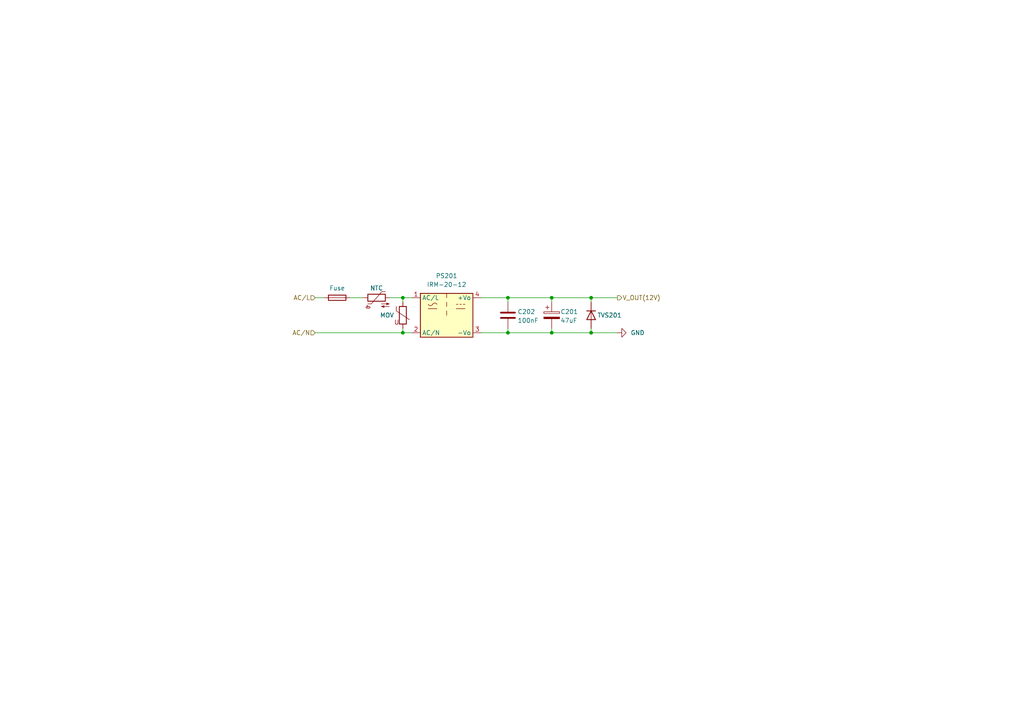
<source format=kicad_sch>
(kicad_sch (version 20231120) (generator "eeschema") (generator_version "8.0")
  (paper "A4")
  (lib_symbols
    (symbol "Converter_ACDC:IRM-20-12"
      (property "Reference" "PS2" (at 0 8.89 0))
      (property "Value" "IRM-20-12" (at 0 6.35 0))
      (symbol "IRM-20-12_0_1"
        (rectangle (start -7.62 3.81) (end 7.62 -8.89) (stroke (width 0.254)) (fill (type background)))
        (arc (start -5.334 0.635) (mid -4.699 0.2495) (end -4.064 0.635))
        (arc (start -2.794 0.635) (mid -3.429 1.0072) (end -4.064 0.635))
        (polyline (pts (xy -5.334 -0.635) (xy -2.794 -0.635)))
        (polyline (pts (xy 0 -1.27) (xy 0 -2.54)))
        (polyline (pts (xy 0 1.27) (xy 0 0)))
        (polyline (pts (xy 0 3.81) (xy 0 2.54)))
        (polyline (pts (xy 2.794 -0.635) (xy 5.334 -0.635)))
        (polyline (pts (xy 2.794 0.635) (xy 3.302 0.635)))
        (polyline (pts (xy 3.81 0.635) (xy 4.318 0.635)))
        (polyline (pts (xy 4.826 0.635) (xy 5.334 0.635)))
      )
      (symbol "IRM-20-12_1_1"
        (pin power_in line (at -10.16 2.54 0) (length 2.54) (name "AC/L") (number "1"))
        (pin power_in line (at -10.16 -7.62 0) (length 2.54) (name "AC/N") (number "2"))
        (pin power_out line (at 10.16 -7.62 180) (length 2.54) (name "-Vo") (number "3"))
        (pin power_out line (at 10.16 2.54 180) (length 2.54) (name "+Vo") (number "4"))
      )
    )
    (symbol "Device:C" (pin_numbers hide) (pin_names (offset 0.254))
      (property "Reference" "C" (at 0.635 2.54 0))
      (property "Value" "C" (at 0.635 -2.54 0))
      (symbol "C_0_1"
        (polyline (pts (xy -2.032 -0.762) (xy 2.032 -0.762)) (stroke (width 0.508)))
        (polyline (pts (xy -2.032 0.762) (xy 2.032 0.762)) (stroke (width 0.508)))
      )
      (symbol "C_1_1"
        (pin passive line (at 0 3.81 270) (length 2.794) (name "~") (number "1"))
        (pin passive line (at 0 -3.81 90) (length 2.794) (name "~") (number "2"))
      )
    )
    (symbol "Device:C_Polarized" (pin_numbers hide) (pin_names (offset 0.254))
      (property "Reference" "C" (at 0.635 2.54 0))
      (property "Value" "C_Polarized" (at 0.635 -2.54 0))
      (symbol "C_Polarized_0_1"
        (rectangle (start -2.286 0.508) (end 2.286 1.016))
        (polyline (pts (xy -1.778 2.286) (xy -0.762 2.286)))
        (polyline (pts (xy -1.27 2.794) (xy -1.27 1.778)))
        (rectangle (start 2.286 -0.508) (end -2.286 -1.016) (fill (type outline)))
      )
      (symbol "C_Polarized_1_1"
        (pin passive line (at 0 3.81 270) (length 2.794) (name "~") (number "1"))
        (pin passive line (at 0 -3.81 90) (length 2.794) (name "~") (number "2"))
      )
    )
    (symbol "Device:D" (pin_numbers hide) (pin_names (offset 1.016) hide)
      (property "Reference" "D" (at 0 2.54 0))
      (property "Value" "D" (at 0 -2.54 0))
      (symbol "D_0_1"
        (polyline (pts (xy -1.27 1.27) (xy -1.27 -1.27)) (stroke (width 0.254)))
        (polyline (pts (xy 1.27 0) (xy -1.27 0)))
        (polyline (pts (xy 1.27 1.27) (xy 1.27 -1.27) (xy -1.27 0) (xy 1.27 1.27)) (stroke (width 0.254)))
      )
      (symbol "D_1_1"
        (pin passive line (at -3.81 0 0) (length 2.54) (name "K") (number "1"))
        (pin passive line (at 3.81 0 180) (length 2.54) (name "A") (number "2"))
      )
    )
    (symbol "Device:Fuse" (pin_numbers hide) (pin_names (offset 0))
      (property "Reference" "F" (at 2.032 0 90))
      (property "Value" "Fuse" (at -1.905 0 90))
      (symbol "Fuse_0_1"
        (rectangle (start -0.762 -2.54) (end 0.762 2.54) (stroke (width 0.254)))
        (polyline (pts (xy 0 2.54) (xy 0 -2.54)))
      )
      (symbol "Fuse_1_1"
        (pin passive line (at 0 3.81 270) (length 1.27) (name "~") (number "1"))
        (pin passive line (at 0 -3.81 90) (length 1.27) (name "~") (number "2"))
      )
    )
    (symbol "Device:Thermistor_NTC" (pin_numbers hide) (pin_names (offset 0))
      (property "Reference" "TH" (at -4.445 0 90))
      (property "Value" "Thermistor_NTC" (at 3.175 0 90))
      (symbol "Thermistor_NTC_0_1"
        (arc (start -3.048 2.159) (mid -3.0495 2.3143) (end -3.175 2.413))
        (arc (start -3.048 2.159) (mid -2.9736 1.9794) (end -2.794 1.905))
        (arc (start -3.048 2.794) (mid -2.9736 2.6144) (end -2.794 2.54))
        (arc (start -2.794 1.905) (mid -2.6144 1.9794) (end -2.54 2.159))
        (arc (start -2.794 2.54) (mid -2.4393 2.5587) (end -2.159 2.794))
        (arc (start -2.794 3.048) (mid -2.9736 2.9736) (end -3.048 2.794))
        (arc (start -2.54 2.794) (mid -2.6144 2.9736) (end -2.794 3.048))
        (rectangle (start -1.016 2.54) (end 1.016 -2.54) (stroke (width 0.254)))
        (polyline (pts (xy -2.54 2.159) (xy -2.54 2.794)))
        (polyline (pts (xy -1.778 2.54) (xy -1.778 1.524) (xy 1.778 -1.524) (xy 1.778 -2.54)))
        (polyline (pts (xy -2.54 -3.683) (xy -2.54 -1.397) (xy -2.794 -2.159) (xy -2.286 -2.159) (xy -2.54 -1.397) (xy -2.54 -1.651)) (fill (type outline)))
        (polyline (pts (xy -1.778 -1.397) (xy -1.778 -3.683) (xy -2.032 -2.921) (xy -1.524 -2.921) (xy -1.778 -3.683) (xy -1.778 -3.429)) (fill (type outline)))
      )
      (symbol "Thermistor_NTC_1_1"
        (pin passive line (at 0 3.81 270) (length 1.27) (name "~") (number "1"))
        (pin passive line (at 0 -3.81 90) (length 1.27) (name "~") (number "2"))
      )
    )
    (symbol "Device:Varistor" (pin_numbers hide) (pin_names (offset 0))
      (property "Reference" "RV" (at 3.175 0 90))
      (property "Value" "Varistor" (at -3.175 0 90))
      (symbol "Varistor_0_0"
        (text "U" (at -1.778 -2.032 0) (effects (font (size 1.27 1.27))))
      )
      (symbol "Varistor_0_1"
        (rectangle (start -1.016 -2.54) (end 1.016 2.54) (stroke (width 0.254)))
        (polyline (pts (xy -1.905 2.54) (xy -1.905 1.27) (xy 1.905 -1.27)))
      )
      (symbol "Varistor_1_1"
        (pin passive line (at 0 3.81 270) (length 1.27) (name "~") (number "1"))
        (pin passive line (at 0 -3.81 90) (length 1.27) (name "~") (number "2"))
      )
    )
    (symbol "power:GND" (power) (pin_numbers hide) (pin_names (offset 0) hide)
      (property "Value" "GND" (at 0 -3.81 0))
      (symbol "GND_0_1"
        (polyline (pts (xy 0 0) (xy 0 -1.27) (xy 1.27 -1.27) (xy 0 -2.54) (xy -1.27 -1.27) (xy 0 -1.27)))
      )
      (symbol "GND_1_1"
        (pin power_in line (at 0 0 270) (length 0) (name "~") (number "1"))
      )
    )
  )
  (junction (at 171.45 86.36))
  (junction (at 160.02 86.36))
  (junction (at 116.84 96.52))
  (junction (at 160.02 96.52))
  (junction (at 171.45 96.52))
  (junction (at 147.32 96.52))
  (junction (at 147.32 86.36))
  (junction (at 116.84 86.36))
  (wire (pts (xy 116.84 86.36) (xy 119.38 86.36)))
  (wire (pts (xy 113.03 86.36) (xy 116.84 86.36)))
  (wire (pts (xy 139.7 96.52) (xy 147.32 96.52)))
  (wire (pts (xy 160.02 96.52) (xy 171.45 96.52)))
  (wire (pts (xy 160.02 87.63) (xy 160.02 86.36)))
  (wire (pts (xy 116.84 95.25) (xy 116.84 96.52)))
  (wire (pts (xy 160.02 86.36) (xy 171.45 86.36)))
  (wire (pts (xy 91.44 86.36) (xy 93.98 86.36)))
  (wire (pts (xy 171.45 95.25) (xy 171.45 96.52)))
  (wire (pts (xy 147.32 86.36) (xy 160.02 86.36)))
  (wire (pts (xy 139.7 86.36) (xy 147.32 86.36)))
  (wire (pts (xy 171.45 96.52) (xy 179.07 96.52)))
  (wire (pts (xy 116.84 87.63) (xy 116.84 86.36)))
  (wire (pts (xy 147.32 96.52) (xy 147.32 95.25)))
  (wire (pts (xy 116.84 96.52) (xy 119.38 96.52)))
  (wire (pts (xy 160.02 96.52) (xy 160.02 95.25)))
  (wire (pts (xy 147.32 96.52) (xy 160.02 96.52)))
  (wire (pts (xy 91.44 96.52) (xy 116.84 96.52)))
  (wire (pts (xy 171.45 86.36) (xy 171.45 87.63)))
  (wire (pts (xy 171.45 86.36) (xy 179.07 86.36)))
  (wire (pts (xy 101.6 86.36) (xy 105.41 86.36)))
  (wire (pts (xy 147.32 87.63) (xy 147.32 86.36)))
  (hierarchical_label "AC{slash}L" (shape input) (at 91.44 86.36 180))
  (hierarchical_label "AC{slash}N" (shape input) (at 91.44 96.52 180))
  (hierarchical_label "V_OUT(12V)" (shape output) (at 179.07 86.36 0))
  (symbol (lib_id "power:GND") (at 179.07 96.52 90) (unit 1)
    (property "Reference" "#PWR08" (effects (hide yes)))
    (property "Value" "GND" (at 182.88 96.5199 90) (effects (justify right)))
    (property "Description" "Power symbol creates a global label with name \"GND\" , ground" (effects (hide yes)))
  )
  (symbol (lib_id "Converter_ACDC:IRM-20-12") (at 129.54 88.9 0) (unit 1)
    (property "Reference" "PS201" (at 129.54 80.01 0))
    (property "Value" "IRM-20-12" (at 129.54 82.55 0))
    (property "Footprint" "Converter_ACDC:Converter_ACDC_MeanWell_IRM-20-xx_THT" (effects (hide yes)))
    (property "Datasheet" "http://www.meanwell.com/Upload/PDF/IRM-20/IRM-20-SPEC.PDF" (effects (hide yes)))
    (property "Description" "12V, 1.8A, 21.6W, Isolated, AC-DC, 219A(IRM20)" (effects (hide yes)))
  )
  (symbol (lib_id "Device:Thermistor_NTC") (at 109.22 86.36 90) (unit 1)
    (property "Reference" "NTC" (at 109.22 83.566 90))
    (property "Value" "Thermistor_NTC" (effects (hide yes)))
    (property "Description" "Temperature dependent resistor, negative temperature coefficient" (effects (hide yes)))
  )
  (symbol (lib_id "Device:D") (at 171.45 91.44 270) (unit 1)
    (property "Reference" "TVS201" (at 173.228 91.44 90) (effects (justify left)))
    (property "Value" "D" (effects (hide yes)))
    (property "Description" "Diode" (effects (hide yes)))
    (property "Sim.Device" "D" (effects (hide yes)))
    (property "Sim.Pins" "1=K 2=A" (effects (hide yes)))
  )
  (symbol (lib_id "Device:Varistor") (at 116.84 91.44 0) (unit 1)
    (property "Reference" "MOV" (at 114.3 91.44 0) (effects (justify right)))
    (property "Value" "Varistor" (effects (hide yes)))
    (property "Description" "Voltage dependent resistor" (effects (hide yes)))
    (property "Sim.Name" "kicad_builtin_varistor" (effects (hide yes)))
    (property "Sim.Device" "SUBCKT" (effects (hide yes)))
    (property "Sim.Pins" "1=A 2=B" (effects (hide yes)))
    (property "Sim.Params" "threshold=1k" (effects (hide yes)))
    (property "Sim.Library" "${KICAD7_SYMBOL_DIR}/Simulation_SPICE.sp" (effects (hide yes)))
  )
  (symbol (lib_id "Device:C") (at 147.32 91.44 0) (unit 1)
    (property "Reference" "C202" (at 150.114 90.424 0) (effects (justify left)))
    (property "Value" "100nF" (at 150.114 92.964 0) (effects (justify left)))
    (property "Description" "Unpolarized capacitor" (effects (hide yes)))
  )
  (symbol (lib_id "Device:Fuse") (at 97.79 86.36 270) (unit 1)
    (property "Reference" "Fuse" (at 97.79 83.566 90))
    (property "Value" "Fuse" (effects (hide yes)))
    (property "Description" "Fuse" (effects (hide yes)))
  )
  (symbol (lib_id "Device:C_Polarized") (at 160.02 91.44 0) (unit 1)
    (property "Reference" "C201" (at 162.56 90.424 0) (effects (justify left)))
    (property "Value" "47uF" (at 162.56 92.964 0) (effects (justify left)))
    (property "Description" "Polarized capacitor" (effects (hide yes)))
  )
)
</source>
